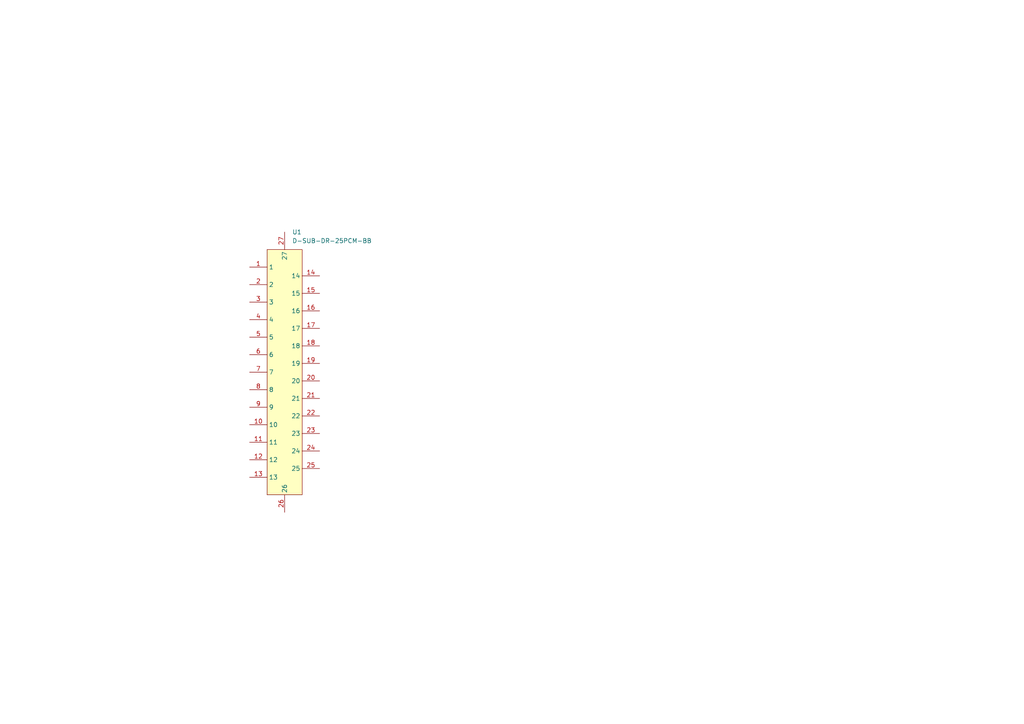
<source format=kicad_sch>
(kicad_sch (version 20241004) (generator "eeschema") (generator_version "8.99")
  (paper "A4")
  (lib_symbols
    (symbol "DSUB-25:D-SUB-DR-25PCM-BB"
      (property "Reference" "U" (at 0 45.72 0))
      (property "Value" "D-SUB-DR-25PCM-BB" (at 0 -45.72 0))
      (symbol "D-SUB-DR-25PCM-BB_0_1"
        (polyline (pts (xy 5.08 33.02)) (fill (type background)))
        (polyline (pts (xy 7.62 -33.02)) (fill (type background)))
        (pin unspecified line (at -10.16 30.48 0) (length 5.08) (name "1") (number "1"))
        (pin unspecified line (at -10.16 25.4 0) (length 5.08) (name "2") (number "2"))
        (pin unspecified line (at -10.16 20.32 0) (length 5.08) (name "3") (number "3"))
        (pin unspecified line (at -10.16 15.24 0) (length 5.08) (name "4") (number "4"))
        (pin unspecified line (at -10.16 10.16 0) (length 5.08) (name "5") (number "5"))
        (pin unspecified line (at -10.16 5.08 0) (length 5.08) (name "6") (number "6"))
        (pin unspecified line (at -10.16 0 0) (length 5.08) (name "7") (number "7"))
        (pin unspecified line (at -10.16 -5.08 0) (length 5.08) (name "8") (number "8"))
        (pin unspecified line (at -10.16 -10.16 0) (length 5.08) (name "9") (number "9"))
        (pin unspecified line (at -10.16 -15.24 0) (length 5.08) (name "10") (number "10"))
        (pin unspecified line (at -10.16 -20.32 0) (length 5.08) (name "11") (number "11"))
        (pin unspecified line (at -10.16 -25.4 0) (length 5.08) (name "12") (number "12"))
        (pin unspecified line (at -10.16 -30.48 0) (length 5.08) (name "13") (number "13"))
        (pin unspecified line (at 0 40.64 270) (length 5.08) (name "27") (number "27"))
        (pin unspecified line (at 0 -40.64 90) (length 5.08) (name "26") (number "26"))
        (pin unspecified line (at 10.16 27.94 180) (length 5.08) (name "14") (number "14"))
        (pin unspecified line (at 10.16 22.86 180) (length 5.08) (name "15") (number "15"))
        (pin unspecified line (at 10.16 17.78 180) (length 5.08) (name "16") (number "16"))
        (pin unspecified line (at 10.16 12.7 180) (length 5.08) (name "17") (number "17"))
        (pin unspecified line (at 10.16 7.62 180) (length 5.08) (name "18") (number "18"))
        (pin unspecified line (at 10.16 2.54 180) (length 5.08) (name "19") (number "19"))
        (pin unspecified line (at 10.16 -2.54 180) (length 5.08) (name "20") (number "20"))
        (pin unspecified line (at 10.16 -7.62 180) (length 5.08) (name "21") (number "21"))
        (pin unspecified line (at 10.16 -12.7 180) (length 5.08) (name "22") (number "22"))
        (pin unspecified line (at 10.16 -17.78 180) (length 5.08) (name "23") (number "23"))
        (pin unspecified line (at 10.16 -22.86 180) (length 5.08) (name "24") (number "24"))
        (pin unspecified line (at 10.16 -27.94 180) (length 5.08) (name "25") (number "25"))
      )
      (symbol "D-SUB-DR-25PCM-BB_1_1"
        (rectangle (start -5.08 35.56) (end 5.08 -35.56) (fill (type background)))
      )
    )
  )
  (symbol (lib_id "DSUB-25:D-SUB-DR-25PCM-BB") (at 82.55 107.95 0) (unit 1)
    (property "Reference" "U1" (at 84.7441 67.31 0) (effects (justify left)))
    (property "Value" "D-SUB-DR-25PCM-BB" (at 84.7441 69.85 0) (effects (justify left)))
    (property "Footprint" "DSUB-25:DB25-TH_D-SUB-DR-25PCM-BB" (effects (hide yes)))
    (property "LCSC Part" "C19077339" (effects (hide yes)))
  )
)
</source>
